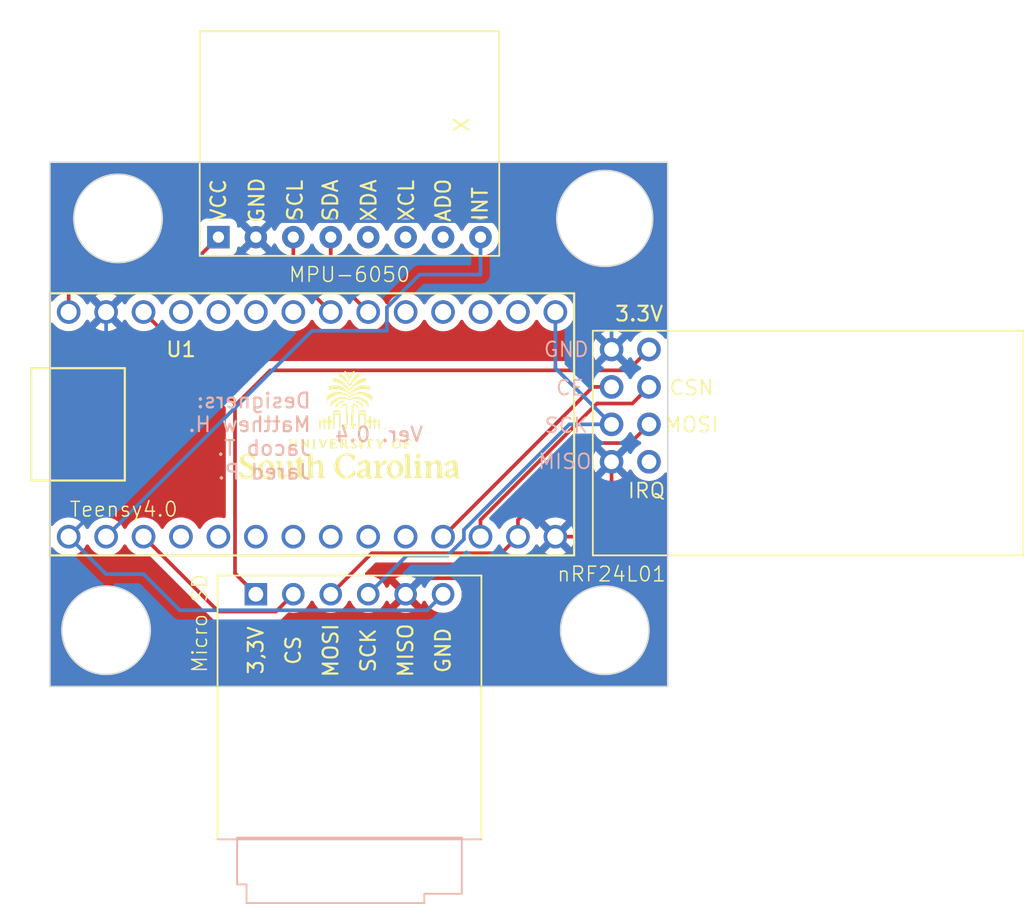
<source format=kicad_pcb>
(kicad_pcb (version 20221018) (generator pcbnew)
  (layers (0 "F.Cu" signal) (31 "B.Cu" signal) (34 "B.Paste" user) (35 "F.Paste" user) (36 "B.SilkS" user "B.Silkscreen") (37 "F.SilkS" user "F.Silkscreen") (38 "B.Mask" user) (39 "F.Mask" user) (44 "Edge.Cuts" user))
  (net 0 "")
  (net 1 "Net-(A1-VCC)")
  (net 2 "Net-(A1-SCL)")
  (net 3 "Net-(A1-SDA)")
  (net 7 "Net-(A1-INT)")
  (net 8 "Net-(Micro_SD1-CLK)")
  (net 9 "Net-(Micro_SD1-MOSI)")
  (net 10 "Net-(Micro_SD1-3.3V)")
  (net 11 "Net-(Micro_SD1-CS)")
  (net 19 "Net-(U1-10_CS_MQSR)")
  (net 20 "Net-(U1-9_OUT1C)")
  (net 30 "GND")
  (net 31 "Net-(Micro_SD1-MISO)")
  (footprint "Arts:USC_logo" (layer "F.Cu") (at 69.85 63.5)
    (fp_text reference "G***" hide)
    (fp_text value "LOGO" hide)
  )
  (footprint "Arts:Teensy40_sensor_package_edit" (layer "F.Cu") (at 67.31 63.5)
    (fp_text reference "U1" (at -8.89 -5.08) (layer "F.SilkS"))
    (fp_text value "Teensy4.0-teensy-ARTS-Lab")
    (pad "1" thru_hole circle (at -16.51 7.62) (size 1.6 1.6) (drill 1.1) (layers "*.Cu" "*.Mask") (net 30 "GND"))
    (pad "2" thru_hole circle (at -13.97 7.62) (size 1.6 1.6) (drill 1.1) (layers "*.Cu" "*.Mask") (net 7 "Net-(A1-INT)"))
    (pad "3" thru_hole circle (at -11.43 7.62) (size 1.6 1.6) (drill 1.1) (layers "*.Cu" "*.Mask") (net 11 "Net-(Micro_SD1-CS)"))
    (pad "4" thru_hole circle (at -8.89 7.62) (size 1.6 1.6) (drill 1.1) (layers "*.Cu" "*.Mask"))
    (pad "5" thru_hole circle (at -6.35 7.62) (size 1.6 1.6) (drill 1.1) (layers "*.Cu" "*.Mask"))
    (pad "6" thru_hole circle (at -3.81 7.62) (size 1.6 1.6) (drill 1.1) (layers "*.Cu" "*.Mask"))
    (pad "7" thru_hole circle (at -1.27 7.62) (size 1.6 1.6) (drill 1.1) (layers "*.Cu" "*.Mask"))
    (pad "8" thru_hole circle (at 1.27 7.62) (size 1.6 1.6) (drill 1.1) (layers "*.Cu" "*.Mask"))
    (pad "9" thru_hole circle (at 3.81 7.62) (size 1.6 1.6) (drill 1.1) (layers "*.Cu" "*.Mask"))
    (pad "10" thru_hole circle (at 6.35 7.62) (size 1.6 1.6) (drill 1.1) (layers "*.Cu" "*.Mask"))
    (pad "11" thru_hole circle (at 8.89 7.62) (size 1.6 1.6) (drill 1.1) (layers "*.Cu" "*.Mask") (net 20 "Net-(U1-9_OUT1C)"))
    (pad "12" thru_hole circle (at 11.43 7.62) (size 1.6 1.6) (drill 1.1) (layers "*.Cu" "*.Mask") (net 19 "Net-(U1-10_CS_MQSR)"))
    (pad "13" thru_hole circle (at 13.97 7.62) (size 1.6 1.6) (drill 1.1) (layers "*.Cu" "*.Mask") (net 9 "Net-(Micro_SD1-MOSI)"))
    (pad "14" thru_hole circle (at 16.51 7.62) (size 1.6 1.6) (drill 1.1) (layers "*.Cu" "*.Mask") (net 31 "Net-(Micro_SD1-MISO)"))
    (pad "20" thru_hole circle (at 16.51 -7.62) (size 1.6 1.6) (drill 1.1) (layers "*.Cu" "*.Mask") (net 8 "Net-(Micro_SD1-CLK)"))
    (pad "21" thru_hole circle (at 13.97 -7.62) (size 1.6 1.6) (drill 1.1) (layers "*.Cu" "*.Mask"))
    (pad "22" thru_hole circle (at 11.43 -7.62) (size 1.6 1.6) (drill 1.1) (layers "*.Cu" "*.Mask"))
    (pad "23" thru_hole circle (at 8.89 -7.62) (size 1.6 1.6) (drill 1.1) (layers "*.Cu" "*.Mask"))
    (pad "24" thru_hole circle (at 6.35 -7.62) (size 1.6 1.6) (drill 1.1) (layers "*.Cu" "*.Mask"))
    (pad "25" thru_hole circle (at 3.81 -7.62) (size 1.6 1.6) (drill 1.1) (layers "*.Cu" "*.Mask") (net 3 "Net-(A1-SDA)"))
    (pad "26" thru_hole circle (at 1.27 -7.62) (size 1.6 1.6) (drill 1.1) (layers "*.Cu" "*.Mask") (net 2 "Net-(A1-SCL)"))
    (pad "27" thru_hole circle (at -1.27 -7.62) (size 1.6 1.6) (drill 1.1) (layers "*.Cu" "*.Mask"))
    (pad "28" thru_hole circle (at -3.81 -7.62) (size 1.6 1.6) (drill 1.1) (layers "*.Cu" "*.Mask"))
    (pad "29" thru_hole circle (at -6.35 -7.62) (size 1.6 1.6) (drill 1.1) (layers "*.Cu" "*.Mask"))
    (pad "30" thru_hole circle (at -8.89 -7.62) (size 1.6 1.6) (drill 1.1) (layers "*.Cu" "*.Mask"))
    (pad "31" thru_hole circle (at -11.43 -7.62) (size 1.6 1.6) (drill 1.1) (layers "*.Cu" "*.Mask") (net 10 "Net-(Micro_SD1-3.3V)"))
    (pad "32" thru_hole circle (at -13.97 -7.62) (size 1.6 1.6) (drill 1.1) (layers "*.Cu" "*.Mask") (net 30 "GND"))
    (pad "33" thru_hole circle (at -16.51 -7.62) (size 1.6 1.6) (drill 1.1) (layers "*.Cu" "*.Mask") (net 1 "Net-(A1-VCC)"))
  )
  (footprint "Stuff:MPU6050_Sensor_package_edit" (layer "F.Cu") (at 60.96 50.8 90)
    (fp_text reference "MPU-6050" (at -2.54 8.89 180) (layer "F.SilkS") (effects (font (thickness 0.1))))
    (fp_text value "MPU6050_Module")
    (fp_text user "VCC" (at 2.5 0 90) (layer "F.SilkS"))
    (fp_text user "SCL" (at 2.5 5.2 90) (layer "F.SilkS"))
    (fp_text user "GND" (at 2.5 2.6 90) (layer "F.SilkS"))
    (fp_text user "XCL" (at 2.5 12.75 90) (layer "F.SilkS"))
    (fp_text user "X" (at 7.62 16.51 90) (layer "F.SilkS"))
    (fp_text user "XDA" (at 2.5 10.2 90) (layer "F.SilkS"))
    (fp_text user "INT" (at 2.25 17.75 90) (layer "F.SilkS"))
    (fp_text user "ADO" (at 2.5 15.25 90) (layer "F.SilkS"))
    (fp_text user "SDA" (at 2.5 7.6 90) (layer "F.SilkS"))
    (pad "1" thru_hole rect (at 0 0 90) (size 1.524 1.524) (drill 0.762) (layers "*.Cu" "*.Mask") (net 1 "Net-(A1-VCC)"))
    (pad "2" thru_hole circle (at 0 2.54 90) (size 1.524 1.524) (drill 0.762) (layers "*.Cu" "*.Mask") (net 30 "GND"))
    (pad "3" thru_hole circle (at 0 5.08 90) (size 1.524 1.524) (drill 0.762) (layers "*.Cu" "*.Mask") (net 2 "Net-(A1-SCL)"))
    (pad "4" thru_hole circle (at 0 7.62 90) (size 1.524 1.524) (drill 0.762) (layers "*.Cu" "*.Mask") (net 3 "Net-(A1-SDA)"))
    (pad "5" thru_hole circle (at 0 10.16 90) (size 1.524 1.524) (drill 0.762) (layers "*.Cu" "*.Mask"))
    (pad "6" thru_hole circle (at 0 12.7 90) (size 1.524 1.524) (drill 0.762) (layers "*.Cu" "*.Mask"))
    (pad "7" thru_hole circle (at 0 15.24 90) (size 1.524 1.524) (drill 0.762) (layers "*.Cu" "*.Mask"))
    (pad "8" thru_hole circle (at 0 17.78 90) (size 1.524 1.524) (drill 0.762) (layers "*.Cu" "*.Mask") (net 7 "Net-(A1-INT)"))
  )
  (footprint "Arts:small_microSD_sensor_package_edit" (layer "F.Cu") (at 70.485 71.85)
    (fp_text reference "Micro SD" (at -10.795 5.15 90) (layer "F.SilkS") (effects (font (thickness 0.1))))
    (fp_text value "microSD_small-ARTS-Lab")
    (fp_text user "GND" (at 5.715 6.985 90) (layer "F.SilkS"))
    (fp_text user "CS" (at -4.445 6.985 90) (layer "F.SilkS"))
    (fp_text user "SCK" (at 0.635 6.985 90) (layer "F.SilkS"))
    (fp_text user "MISO" (at 3.175 6.985 90) (layer "F.SilkS"))
    (fp_text user "MOSI" (at -1.905 6.985 90) (layer "F.SilkS"))
    (fp_text user "3,3V" (at -6.985 6.985 90) (layer "F.SilkS"))
    (pad "1" thru_hole rect (at -6.985 3.175) (size 1.524 1.524) (drill 1) (layers "*.Cu" "*.Mask") (net 10 "Net-(Micro_SD1-3.3V)"))
    (pad "2" thru_hole circle (at -4.445 3.175) (size 1.524 1.524) (drill 1) (layers "*.Cu" "*.Mask") (net 11 "Net-(Micro_SD1-CS)"))
    (pad "3" thru_hole circle (at -1.905 3.175) (size 1.524 1.524) (drill 1) (layers "*.Cu" "*.Mask") (net 9 "Net-(Micro_SD1-MOSI)"))
    (pad "4" thru_hole circle (at 0.635 3.175) (size 1.524 1.524) (drill 1) (layers "*.Cu" "*.Mask") (net 8 "Net-(Micro_SD1-CLK)"))
    (pad "5" thru_hole circle (at 3.175 3.175) (size 1.524 1.524) (drill 1) (layers "*.Cu" "*.Mask") (net 31 "Net-(Micro_SD1-MISO)"))
    (pad "6" thru_hole circle (at 5.715 3.175) (size 1.524 1.524) (drill 1) (layers "*.Cu" "*.Mask") (net 30 "GND"))
  )
  (footprint "Arts:nRF24L01+_sensor_package_edit_V0_2" (layer "F.Cu") (at 99.06 64.77 -90)
    (fp_text reference "nRF24L01" (at 8.89 11.43 180) (layer "F.SilkS") (effects (font (thickness 0.1))))
    (fp_text value "nRF24L01+-ARTS-Lab")
    (fp_text user "SCK" (at -1.2 14.5) (layer "B.SilkS") (effects (font (thickness 0.125))))
    (fp_text user "MISO" (at 1.25 14.6) (layer "B.SilkS") (effects (font (thickness 0.125))))
    (fp_text user "CE" (at -3.75 14.25) (layer "B.SilkS") (effects (font (thickness 0.125))))
    (fp_text user "GND" (at -6.35 14.5) (layer "B.SilkS") (effects (font (thickness 0.125))))
    (fp_text user "IRQ" (at 3.23 9.06) (layer "F.SilkS") (effects (font (thickness 0.125))))
    (fp_text user "3.3V" (at -8.77 9.56) (layer "F.SilkS"))
    (fp_text user "CSN" (at -3.75 6) (layer "F.SilkS") (effects (font (thickness 0.125))))
    (fp_text user "MOSI" (at -1.25 6) (layer "F.SilkS") (effects (font (thickness 0.125))))
    (pad "1" thru_hole circle (at -6.35 8.89 270) (size 1.6 1.6) (drill 1) (layers "*.Cu" "*.Mask") (net 10 "Net-(Micro_SD1-3.3V)"))
    (pad "2" thru_hole circle (at -3.81 8.89 270) (size 1.6 1.6) (drill 1) (layers "*.Cu" "*.Mask") (net 19 "Net-(U1-10_CS_MQSR)"))
    (pad "3" thru_hole circle (at -1.27 8.89 270) (size 1.6 1.6) (drill 1) (layers "*.Cu" "*.Mask") (net 9 "Net-(Micro_SD1-MOSI)"))
    (pad "4" thru_hole circle (at 1.27 8.89 270) (size 1.6 1.6) (drill 1) (layers "*.Cu" "*.Mask"))
    (pad "5" thru_hole circle (at -6.35 11.43 270) (size 1.6 1.6) (drill 1) (layers "*.Cu" "*.Mask") (net 30 "GND"))
    (pad "6" thru_hole circle (at -3.81 11.43 270) (size 1.6 1.6) (drill 1) (layers "*.Cu" "*.Mask") (net 20 "Net-(U1-9_OUT1C)"))
    (pad "7" thru_hole circle (at -1.27 11.43 270) (size 1.6 1.6) (drill 1) (layers "*.Cu" "*.Mask") (net 8 "Net-(Micro_SD1-CLK)"))
    (pad "8" thru_hole circle (at 1.27 11.43 270) (size 1.6 1.6) (drill 1) (layers "*.Cu" "*.Mask") (net 31 "Net-(Micro_SD1-MISO)"))
  )
  (gr_circle (center 54.15 49.53) (end 57.15 49.53) (stroke (width 0.1)) (fill none) (layer "Edge.Cuts"))
  (gr_rect (start 49.53 45.72) (end 91.44 81.28) (stroke (width 0.1)) (fill none) (layer "Edge.Cuts"))
  (gr_circle (center 87.17 77.47) (end 90.17 77.47) (stroke (width 0.1)) (fill none) (layer "Edge.Cuts"))
  (gr_circle (center 53.34 77.47) (end 56.34 77.47) (stroke (width 0.1)) (fill none) (layer "Edge.Cuts"))
  (gr_circle (center 87.17 49.53) (end 90.17 48.26) (stroke (width 0.1)) (fill none) (layer "Edge.Cuts"))
  (gr_text "Ver. 0.4" (at 74.93 64.77) (layer "B.SilkS") (effects (font (size 1 1)) (justify left bottom mirror)))
  (gr_text "Designers: \nMatthew H.\nJacob T.\nJared P." (at 67.31 67.31) (layer "B.SilkS") (effects (font (size 1 1)) (justify left bottom mirror)))
  (gr_text "Teensy4.0" (at 50.8 69.85) (layer "F.SilkS") (effects (font (size 1 1) (thickness 0.1)) (justify left bottom)))
  (segment (start 50.8 53.34) (end 58.42 53.34) (width 0.25) (layer "F.Cu") (net 1))
  (segment (start 58.42 53.34) (end 60.96 50.8) (width 0.25) (layer "F.Cu") (net 1))
  (segment (start 50.8 55.88) (end 50.8 53.34) (width 0.25) (layer "F.Cu") (net 1))
  (segment (start 66.04 53.34) (end 68.58 55.88) (width 0.25) (layer "F.Cu") (net 2))
  (segment (start 66.04 50.8) (end 66.04 53.34) (width 0.25) (layer "F.Cu") (net 2))
  (segment (start 68.58 53.34) (end 71.12 55.88) (width 0.25) (layer "F.Cu") (net 3))
  (segment (start 68.58 50.8) (end 68.58 53.34) (width 0.25) (layer "F.Cu") (net 3))
  (segment (start 67.31 57.15) (end 72.39 57.15) (width 0.25) (layer "B.Cu") (net 7))
  (segment (start 74.609009 53.34) (end 78.74 53.34) (width 0.25) (layer "B.Cu") (net 7))
  (segment (start 78.74 53.34) (end 78.74 50.8) (width 0.25) (layer "B.Cu") (net 7))
  (segment (start 72.39 57.15) (end 72.39 55.559009) (width 0.25) (layer "B.Cu") (net 7))
  (segment (start 53.34 71.12) (end 67.31 57.15) (width 0.25) (layer "B.Cu") (net 7))
  (segment (start 72.39 55.559009) (end 74.609009 53.34) (width 0.25) (layer "B.Cu") (net 7))
  (segment (start 83.82 59.69) (end 87.63 63.5) (width 0.25) (layer "B.Cu") (net 8))
  (segment (start 76.520991 72.39) (end 77.615 71.295991) (width 0.25) (layer "B.Cu") (net 8))
  (segment (start 83.82 55.88) (end 83.82 59.69) (width 0.25) (layer "B.Cu") (net 8))
  (segment (start 84.769009 63.5) (end 87.63 63.5) (width 0.25) (layer "B.Cu") (net 8))
  (segment (start 77.615 70.654009) (end 84.769009 63.5) (width 0.25) (layer "B.Cu") (net 8))
  (segment (start 73.755 72.39) (end 76.520991 72.39) (width 0.25) (layer "B.Cu") (net 8))
  (segment (start 71.12 75.025) (end 73.755 72.39) (width 0.25) (layer "B.Cu") (net 8))
  (segment (start 77.615 71.295991) (end 77.615 70.654009) (width 0.25) (layer "B.Cu") (net 8))
  (segment (start 71.12 75.025) (end 71.345991 75.025) (width 0.25) (layer "B.Cu") (net 8))
  (segment (start 80.155 72.245) (end 81.28 71.12) (width 0.25) (layer "F.Cu") (net 9))
  (segment (start 88.9 64.77) (end 90.17 63.5) (width 0.25) (layer "F.Cu") (net 9))
  (segment (start 81.28 71.12) (end 81.28 69.98863) (width 0.25) (layer "F.Cu") (net 9))
  (segment (start 81.28 69.98863) (end 86.49863 64.77) (width 0.25) (layer "F.Cu") (net 9))
  (segment (start 86.49863 64.77) (end 88.9 64.77) (width 0.25) (layer "F.Cu") (net 9))
  (segment (start 68.58 75.025) (end 71.36 72.245) (width 0.25) (layer "F.Cu") (net 9))
  (segment (start 71.36 72.245) (end 80.155 72.245) (width 0.25) (layer "F.Cu") (net 9))
  (segment (start 62.085 62.085) (end 62.085 62.23) (width 0.25) (layer "F.Cu") (net 10))
  (segment (start 62.085 62.23) (end 62.085 73.61) (width 0.25) (layer "F.Cu") (net 10))
  (segment (start 64.48 59.835) (end 62.085 62.23) (width 0.25) (layer "F.Cu") (net 10))
  (segment (start 58.275 58.275) (end 55.88 55.88) (width 0.25) (layer "F.Cu") (net 10))
  (segment (start 90.17 58.42) (end 88.755 59.835) (width 0.25) (layer "F.Cu") (net 10))
  (segment (start 88.755 59.835) (end 64.48 59.835) (width 0.25) (layer "F.Cu") (net 10))
  (segment (start 55.88 55.88) (end 62.085 62.085) (width 0.25) (layer "F.Cu") (net 10))
  (segment (start 62.085 73.61) (end 63.5 75.025) (width 0.25) (layer "F.Cu") (net 10))
  (segment (start 64.865 76.2) (end 66.04 75.025) (width 0.25) (layer "F.Cu") (net 11))
  (segment (start 55.88 71.12) (end 60.96 76.2) (width 0.25) (layer "F.Cu") (net 11))
  (segment (start 60.96 76.2) (end 64.865 76.2) (width 0.25) (layer "F.Cu") (net 11))
  (segment (start 78.74 71.12) (end 78.74 69.98863) (width 0.25) (layer "F.Cu") (net 19))
  (segment (start 89.045 62.085) (end 90.17 60.96) (width 0.25) (layer "F.Cu") (net 19))
  (segment (start 86.64363 62.085) (end 89.045 62.085) (width 0.25) (layer "F.Cu") (net 19))
  (segment (start 78.74 69.98863) (end 86.64363 62.085) (width 0.25) (layer "F.Cu") (net 19))
  (segment (start 86.36 60.96) (end 87.63 60.96) (width 0.25) (layer "F.Cu") (net 20))
  (segment (start 76.2 71.12) (end 86.36 60.96) (width 0.25) (layer "F.Cu") (net 20))
  (segment (start 50.8 71.12) (end 51.355426 71.12) (width 0.25) (layer "F.Cu") (net 30))
  (segment (start 76.2 75.025) (end 75.113 76.112) (width 0.25) (layer "B.Cu") (net 30))
  (segment (start 75.113 76.112) (end 58.332 76.112) (width 0.25) (layer "B.Cu") (net 30))
  (segment (start 87.63 55.88) (end 87.63 58.42) (width 0.25) (layer "B.Cu") (net 30))
  (segment (start 53.34 68.58) (end 50.8 71.12) (width 0.25) (layer "B.Cu") (net 30))
  (segment (start 53.34 55.88) (end 53.34 68.58) (width 0.25) (layer "B.Cu") (net 30))
  (segment (start 81.463 49.713) (end 87.63 55.88) (width 0.25) (layer "B.Cu") (net 30))
  (segment (start 53.34 73.66) (end 50.8 71.12) (width 0.25) (layer "B.Cu") (net 30))
  (segment (start 58.332 76.112) (end 55.88 73.66) (width 0.25) (layer "B.Cu") (net 30))
  (segment (start 55.88 53.34) (end 53.34 55.88) (width 0.25) (layer "B.Cu") (net 30))
  (segment (start 60.96 53.34) (end 55.88 53.34) (width 0.25) (layer "B.Cu") (net 30))
  (segment (start 63.5 50.8) (end 64.587 49.713) (width 0.25) (layer "B.Cu") (net 30))
  (segment (start 64.587 49.713) (end 81.463 49.713) (width 0.25) (layer "B.Cu") (net 30))
  (segment (start 55.88 73.66) (end 53.34 73.66) (width 0.25) (layer "B.Cu") (net 30))
  (segment (start 63.5 50.8) (end 60.96 53.34) (width 0.25) (layer "B.Cu") (net 30))
  (segment (start 85.09 71.12) (end 87.63 68.58) (width 0.25) (layer "F.Cu") (net 31))
  (segment (start 87.63 68.58) (end 87.63 66.04) (width 0.25) (layer "F.Cu") (net 31))
  (segment (start 83.82 71.12) (end 85.09 71.12) (width 0.25) (layer "F.Cu") (net 31))
  (segment (start 74.747 73.938) (end 81.002 73.938) (width 0.25) (layer "F.Cu") (net 31))
  (segment (start 73.66 75.025) (end 74.747 73.938) (width 0.25) (layer "F.Cu") (net 31))
  (segment (start 81.002 73.938) (end 83.82 71.12) (width 0.25) (layer "F.Cu") (net 31))
  (zone (net 30) (net_name "GND") (layers "F&B.Cu") (connect_pads (clearance 0.5)) (min_thickness 0.25) (fill yes (thermal_gap 0.5) (thermal_bridge_width 0.5))
    (polygon (pts (xy 49.53 45.72) (xy 91.44 45.72) (xy 91.44 81.28) (xy 49.53 81.28)))
  )
)
</source>
